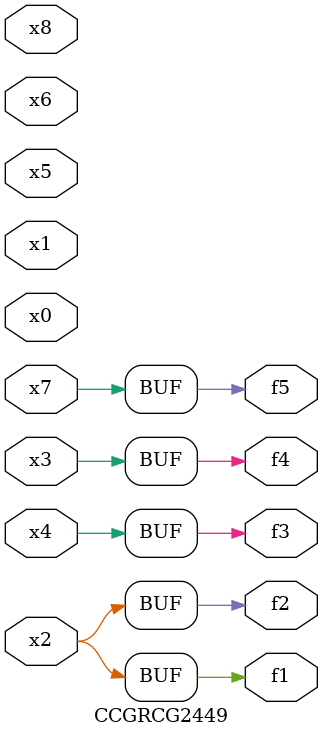
<source format=v>
module CCGRCG2449(
	input x0, x1, x2, x3, x4, x5, x6, x7, x8,
	output f1, f2, f3, f4, f5
);
	assign f1 = x2;
	assign f2 = x2;
	assign f3 = x4;
	assign f4 = x3;
	assign f5 = x7;
endmodule

</source>
